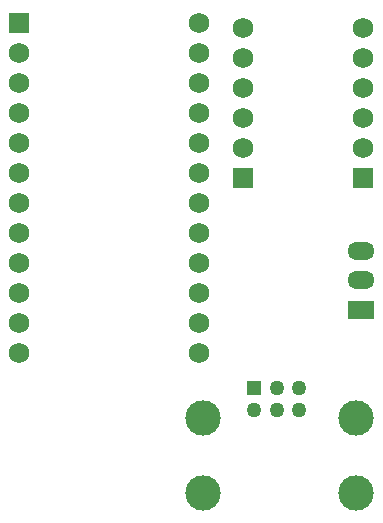
<source format=gbr>
%TF.GenerationSoftware,KiCad,Pcbnew,8.0.3*%
%TF.CreationDate,2024-07-16T22:19:37-05:00*%
%TF.ProjectId,3.3v Pro Micro Wii Connector,332e3376-2050-4726-9f20-4d6963726f20,rev?*%
%TF.SameCoordinates,Original*%
%TF.FileFunction,Soldermask,Top*%
%TF.FilePolarity,Negative*%
%FSLAX46Y46*%
G04 Gerber Fmt 4.6, Leading zero omitted, Abs format (unit mm)*
G04 Created by KiCad (PCBNEW 8.0.3) date 2024-07-16 22:19:37*
%MOMM*%
%LPD*%
G01*
G04 APERTURE LIST*
G04 Aperture macros list*
%AMRoundRect*
0 Rectangle with rounded corners*
0 $1 Rounding radius*
0 $2 $3 $4 $5 $6 $7 $8 $9 X,Y pos of 4 corners*
0 Add a 4 corners polygon primitive as box body*
4,1,4,$2,$3,$4,$5,$6,$7,$8,$9,$2,$3,0*
0 Add four circle primitives for the rounded corners*
1,1,$1+$1,$2,$3*
1,1,$1+$1,$4,$5*
1,1,$1+$1,$6,$7*
1,1,$1+$1,$8,$9*
0 Add four rect primitives between the rounded corners*
20,1,$1+$1,$2,$3,$4,$5,0*
20,1,$1+$1,$4,$5,$6,$7,0*
20,1,$1+$1,$6,$7,$8,$9,0*
20,1,$1+$1,$8,$9,$2,$3,0*%
G04 Aperture macros list end*
%ADD10R,1.270000X1.270000*%
%ADD11C,1.270000*%
%ADD12C,3.000000*%
%ADD13C,1.728000*%
%ADD14RoundRect,0.102000X0.762000X0.762000X-0.762000X0.762000X-0.762000X-0.762000X0.762000X-0.762000X0*%
%ADD15R,2.300000X1.500000*%
%ADD16O,2.300000X1.500000*%
%ADD17R,1.752600X1.752600*%
%ADD18C,1.752600*%
G04 APERTURE END LIST*
D10*
%TO.C,Connector1*%
X181134000Y-112585000D03*
D11*
X181134000Y-114490000D03*
X183039000Y-112585000D03*
X183039000Y-114490000D03*
X184944000Y-112585000D03*
X184944000Y-114490000D03*
D12*
X176816000Y-115125000D03*
X176816000Y-121475000D03*
X189770000Y-115125000D03*
X189770000Y-121475000D03*
%TD*%
D13*
%TO.C,U3*%
X180190000Y-87220000D03*
X190350000Y-87220000D03*
X180190000Y-89760000D03*
D14*
X180190000Y-94840000D03*
D13*
X180190000Y-92300000D03*
X180190000Y-84680000D03*
X180190000Y-82140000D03*
X190350000Y-89760000D03*
D14*
X190350000Y-94840000D03*
D13*
X190350000Y-92300000D03*
X190350000Y-84680000D03*
X190350000Y-82140000D03*
%TD*%
D15*
%TO.C,U4*%
X190170000Y-105980000D03*
D16*
X190170000Y-103440000D03*
X190170000Y-100990000D03*
%TD*%
D17*
%TO.C,U2*%
X161270000Y-81700000D03*
D18*
X161270000Y-84240000D03*
X161270000Y-86780000D03*
X161270000Y-89320000D03*
X161270000Y-91860000D03*
X161270000Y-94400000D03*
X161270000Y-96940000D03*
X161270000Y-99480000D03*
X161270000Y-102020000D03*
X161270000Y-104560000D03*
X161270000Y-107100000D03*
X161270000Y-109640000D03*
X176510000Y-109640000D03*
X176510000Y-107100000D03*
X176510000Y-104560000D03*
X176510000Y-102020000D03*
X176510000Y-99480000D03*
X176510000Y-96940000D03*
X176510000Y-94400000D03*
X176510000Y-91860000D03*
X176510000Y-89320000D03*
X176510000Y-86780000D03*
X176510000Y-84240000D03*
X176510000Y-81700000D03*
%TD*%
M02*

</source>
